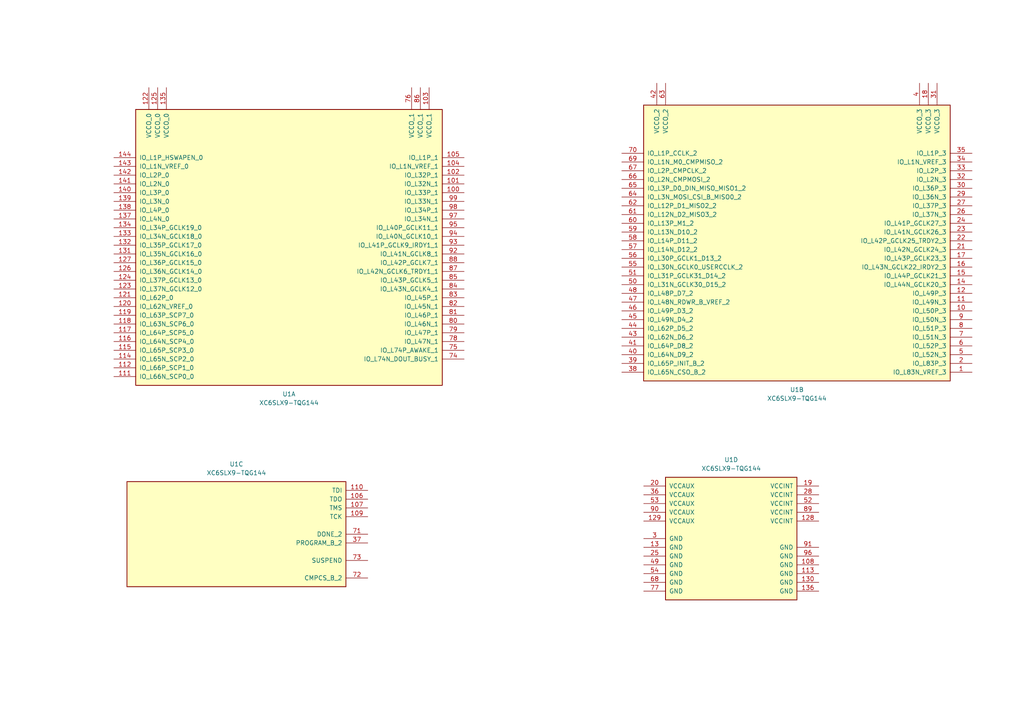
<source format=kicad_sch>
(kicad_sch (version 20231120) (generator "eeschema") (generator_version "8.0")
  (paper "A4")
  (lib_symbols
    (symbol "FPGA_Xilinx_Spartan6:XC6SLX9-TQG144" (pin_names (offset 1.016))
      (property "Reference" "U" (at 0 1.27 0))
      (property "Value" "XC6SLX9-TQG144" (at 0 -1.27 0))
      (symbol "XC6SLX9-TQG144_1_1"
        (rectangle (start -44.45 36.83) (end 44.45 -43.18) (stroke (width 0.254)) (fill (type background)))
        (pin bidirectional line (at 50.8 12.7 180) (length 6.35) (name "IO_L33P_1") (number "100"))
        (pin bidirectional line (at 50.8 15.24 180) (length 6.35) (name "IO_L32N_1") (number "101"))
        (pin bidirectional line (at 50.8 17.78 180) (length 6.35) (name "IO_L32P_1") (number "102"))
        (pin power_in line (at 40.64 43.18 270) (length 6.35) (name "VCCO_1") (number "103"))
        (pin bidirectional line (at 50.8 20.32 180) (length 6.35) (name "IO_L1N_VREF_1") (number "104"))
        (pin bidirectional line (at 50.8 22.86 180) (length 6.35) (name "IO_L1P_1") (number "105"))
        (pin bidirectional line (at -50.8 -40.64 0) (length 6.35) (name "IO_L66N_SCP0_0") (number "111"))
        (pin bidirectional line (at -50.8 -38.1 0) (length 6.35) (name "IO_L66P_SCP1_0") (number "112"))
        (pin bidirectional line (at -50.8 -35.56 0) (length 6.35) (name "IO_L65N_SCP2_0") (number "114"))
        (pin bidirectional line (at -50.8 -33.02 0) (length 6.35) (name "IO_L65P_SCP3_0") (number "115"))
        (pin bidirectional line (at -50.8 -30.48 0) (length 6.35) (name "IO_L64N_SCP4_0") (number "116"))
        (pin bidirectional line (at -50.8 -27.94 0) (length 6.35) (name "IO_L64P_SCP5_0") (number "117"))
        (pin bidirectional line (at -50.8 -25.4 0) (length 6.35) (name "IO_L63N_SCP6_0") (number "118"))
        (pin bidirectional line (at -50.8 -22.86 0) (length 6.35) (name "IO_L63P_SCP7_0") (number "119"))
        (pin bidirectional line (at -50.8 -20.32 0) (length 6.35) (name "IO_L62N_VREF_0") (number "120"))
        (pin bidirectional line (at -50.8 -17.78 0) (length 6.35) (name "IO_L62P_0") (number "121"))
        (pin power_in line (at -40.64 43.18 270) (length 6.35) (name "VCCO_0") (number "122"))
        (pin bidirectional line (at -50.8 -15.24 0) (length 6.35) (name "IO_L37N_GCLK12_0") (number "123"))
        (pin bidirectional line (at -50.8 -12.7 0) (length 6.35) (name "IO_L37P_GCLK13_0") (number "124"))
        (pin power_in line (at -38.1 43.18 270) (length 6.35) (name "VCCO_0") (number "125"))
        (pin bidirectional line (at -50.8 -10.16 0) (length 6.35) (name "IO_L36N_GCLK14_0") (number "126"))
        (pin bidirectional line (at -50.8 -7.62 0) (length 6.35) (name "IO_L36P_GCLK15_0") (number "127"))
        (pin bidirectional line (at -50.8 -5.08 0) (length 6.35) (name "IO_L35N_GCLK16_0") (number "131"))
        (pin bidirectional line (at -50.8 -2.54 0) (length 6.35) (name "IO_L35P_GCLK17_0") (number "132"))
        (pin bidirectional line (at -50.8 0 0) (length 6.35) (name "IO_L34N_GCLK18_0") (number "133"))
        (pin bidirectional line (at -50.8 2.54 0) (length 6.35) (name "IO_L34P_GCLK19_0") (number "134"))
        (pin power_in line (at -35.56 43.18 270) (length 6.35) (name "VCCO_0") (number "135"))
        (pin bidirectional line (at -50.8 5.08 0) (length 6.35) (name "IO_L4N_0") (number "137"))
        (pin bidirectional line (at -50.8 7.62 0) (length 6.35) (name "IO_L4P_0") (number "138"))
        (pin bidirectional line (at -50.8 10.16 0) (length 6.35) (name "IO_L3N_0") (number "139"))
        (pin bidirectional line (at -50.8 12.7 0) (length 6.35) (name "IO_L3P_0") (number "140"))
        (pin bidirectional line (at -50.8 15.24 0) (length 6.35) (name "IO_L2N_0") (number "141"))
        (pin bidirectional line (at -50.8 17.78 0) (length 6.35) (name "IO_L2P_0") (number "142"))
        (pin bidirectional line (at -50.8 20.32 0) (length 6.35) (name "IO_L1N_VREF_0") (number "143"))
        (pin bidirectional line (at -50.8 22.86 0) (length 6.35) (name "IO_L1P_HSWAPEN_0") (number "144"))
        (pin bidirectional line (at 50.8 -35.56 180) (length 6.35) (name "IO_L74N_DOUT_BUSY_1") (number "74"))
        (pin bidirectional line (at 50.8 -33.02 180) (length 6.35) (name "IO_L74P_AWAKE_1") (number "75"))
        (pin power_in line (at 35.56 43.18 270) (length 6.35) (name "VCCO_1") (number "76"))
        (pin bidirectional line (at 50.8 -30.48 180) (length 6.35) (name "IO_L47N_1") (number "78"))
        (pin bidirectional line (at 50.8 -27.94 180) (length 6.35) (name "IO_L47P_1") (number "79"))
        (pin bidirectional line (at 50.8 -25.4 180) (length 6.35) (name "IO_L46N_1") (number "80"))
        (pin bidirectional line (at 50.8 -22.86 180) (length 6.35) (name "IO_L46P_1") (number "81"))
        (pin bidirectional line (at 50.8 -20.32 180) (length 6.35) (name "IO_L45N_1") (number "82"))
        (pin bidirectional line (at 50.8 -17.78 180) (length 6.35) (name "IO_L45P_1") (number "83"))
        (pin bidirectional line (at 50.8 -15.24 180) (length 6.35) (name "IO_L43N_GCLK4_1") (number "84"))
        (pin bidirectional line (at 50.8 -12.7 180) (length 6.35) (name "IO_L43P_GCLK5_1") (number "85"))
        (pin power_in line (at 38.1 43.18 270) (length 6.35) (name "VCCO_1") (number "86"))
        (pin bidirectional line (at 50.8 -10.16 180) (length 6.35) (name "IO_L42N_GCLK6_TRDY1_1") (number "87"))
        (pin bidirectional line (at 50.8 -7.62 180) (length 6.35) (name "IO_L42P_GCLK7_1") (number "88"))
        (pin bidirectional line (at 50.8 -5.08 180) (length 6.35) (name "IO_L41N_GCLK8_1") (number "92"))
        (pin bidirectional line (at 50.8 -2.54 180) (length 6.35) (name "IO_L41P_GCLK9_IRDY1_1") (number "93"))
        (pin bidirectional line (at 50.8 0 180) (length 6.35) (name "IO_L40N_GCLK10_1") (number "94"))
        (pin bidirectional line (at 50.8 2.54 180) (length 6.35) (name "IO_L40P_GCLK11_1") (number "95"))
        (pin bidirectional line (at 50.8 5.08 180) (length 6.35) (name "IO_L34N_1") (number "97"))
        (pin bidirectional line (at 50.8 7.62 180) (length 6.35) (name "IO_L34P_1") (number "98"))
        (pin bidirectional line (at 50.8 10.16 180) (length 6.35) (name "IO_L33N_1") (number "99"))
      )
      (symbol "XC6SLX9-TQG144_2_1"
        (rectangle (start -44.45 36.83) (end 44.45 -43.18) (stroke (width 0.254)) (fill (type background)))
        (pin bidirectional line (at 50.8 -40.64 180) (length 6.35) (name "IO_L83N_VREF_3") (number "1"))
        (pin bidirectional line (at 50.8 -22.86 180) (length 6.35) (name "IO_L50P_3") (number "10"))
        (pin bidirectional line (at 50.8 -20.32 180) (length 6.35) (name "IO_L49N_3") (number "11"))
        (pin bidirectional line (at 50.8 -17.78 180) (length 6.35) (name "IO_L49P_3") (number "12"))
        (pin bidirectional line (at 50.8 -15.24 180) (length 6.35) (name "IO_L44N_GCLK20_3") (number "14"))
        (pin bidirectional line (at 50.8 -12.7 180) (length 6.35) (name "IO_L44P_GCLK21_3") (number "15"))
        (pin bidirectional line (at 50.8 -10.16 180) (length 6.35) (name "IO_L43N_GCLK22_IRDY2_3") (number "16"))
        (pin bidirectional line (at 50.8 -7.62 180) (length 6.35) (name "IO_L43P_GCLK23_3") (number "17"))
        (pin power_in line (at 38.1 43.18 270) (length 6.35) (name "VCCO_3") (number "18"))
        (pin bidirectional line (at 50.8 -38.1 180) (length 6.35) (name "IO_L83P_3") (number "2"))
        (pin bidirectional line (at 50.8 -5.08 180) (length 6.35) (name "IO_L42N_GCLK24_3") (number "21"))
        (pin bidirectional line (at 50.8 -2.54 180) (length 6.35) (name "IO_L42P_GCLK25_TRDY2_3") (number "22"))
        (pin bidirectional line (at 50.8 0 180) (length 6.35) (name "IO_L41N_GCLK26_3") (number "23"))
        (pin bidirectional line (at 50.8 2.54 180) (length 6.35) (name "IO_L41P_GCLK27_3") (number "24"))
        (pin bidirectional line (at 50.8 5.08 180) (length 6.35) (name "IO_L37N_3") (number "26"))
        (pin bidirectional line (at 50.8 7.62 180) (length 6.35) (name "IO_L37P_3") (number "27"))
        (pin bidirectional line (at 50.8 10.16 180) (length 6.35) (name "IO_L36N_3") (number "29"))
        (pin bidirectional line (at 50.8 12.7 180) (length 6.35) (name "IO_L36P_3") (number "30"))
        (pin power_in line (at 40.64 43.18 270) (length 6.35) (name "VCCO_3") (number "31"))
        (pin bidirectional line (at 50.8 15.24 180) (length 6.35) (name "IO_L2N_3") (number "32"))
        (pin bidirectional line (at 50.8 17.78 180) (length 6.35) (name "IO_L2P_3") (number "33"))
        (pin bidirectional line (at 50.8 20.32 180) (length 6.35) (name "IO_L1N_VREF_3") (number "34"))
        (pin bidirectional line (at 50.8 22.86 180) (length 6.35) (name "IO_L1P_3") (number "35"))
        (pin bidirectional line (at -50.8 -40.64 0) (length 6.35) (name "IO_L65N_CSO_B_2") (number "38"))
        (pin bidirectional line (at -50.8 -38.1 0) (length 6.35) (name "IO_L65P_INIT_B_2") (number "39"))
        (pin power_in line (at 35.56 43.18 270) (length 6.35) (name "VCCO_3") (number "4"))
        (pin bidirectional line (at -50.8 -35.56 0) (length 6.35) (name "IO_L64N_D9_2") (number "40"))
        (pin bidirectional line (at -50.8 -33.02 0) (length 6.35) (name "IO_L64P_D8_2") (number "41"))
        (pin power_in line (at -40.64 43.18 270) (length 6.35) (name "VCCO_2") (number "42"))
        (pin bidirectional line (at -50.8 -30.48 0) (length 6.35) (name "IO_L62N_D6_2") (number "43"))
        (pin bidirectional line (at -50.8 -27.94 0) (length 6.35) (name "IO_L62P_D5_2") (number "44"))
        (pin bidirectional line (at -50.8 -25.4 0) (length 6.35) (name "IO_L49N_D4_2") (number "45"))
        (pin bidirectional line (at -50.8 -22.86 0) (length 6.35) (name "IO_L49P_D3_2") (number "46"))
        (pin bidirectional line (at -50.8 -20.32 0) (length 6.35) (name "IO_L48N_RDWR_B_VREF_2") (number "47"))
        (pin bidirectional line (at -50.8 -17.78 0) (length 6.35) (name "IO_L48P_D7_2") (number "48"))
        (pin bidirectional line (at 50.8 -35.56 180) (length 6.35) (name "IO_L52N_3") (number "5"))
        (pin bidirectional line (at -50.8 -15.24 0) (length 6.35) (name "IO_L31N_GCLK30_D15_2") (number "50"))
        (pin bidirectional line (at -50.8 -12.7 0) (length 6.35) (name "IO_L31P_GCLK31_D14_2") (number "51"))
        (pin bidirectional line (at -50.8 -10.16 0) (length 6.35) (name "IO_L30N_GCLK0_USERCCLK_2") (number "55"))
        (pin bidirectional line (at -50.8 -7.62 0) (length 6.35) (name "IO_L30P_GCLK1_D13_2") (number "56"))
        (pin bidirectional line (at -50.8 -5.08 0) (length 6.35) (name "IO_L14N_D12_2") (number "57"))
        (pin bidirectional line (at -50.8 -2.54 0) (length 6.35) (name "IO_L14P_D11_2") (number "58"))
        (pin bidirectional line (at -50.8 0 0) (length 6.35) (name "IO_L13N_D10_2") (number "59"))
        (pin bidirectional line (at 50.8 -33.02 180) (length 6.35) (name "IO_L52P_3") (number "6"))
        (pin bidirectional line (at -50.8 2.54 0) (length 6.35) (name "IO_L13P_M1_2") (number "60"))
        (pin bidirectional line (at -50.8 5.08 0) (length 6.35) (name "IO_L12N_D2_MISO3_2") (number "61"))
        (pin bidirectional line (at -50.8 7.62 0) (length 6.35) (name "IO_L12P_D1_MISO2_2") (number "62"))
        (pin power_in line (at -38.1 43.18 270) (length 6.35) (name "VCCO_2") (number "63"))
        (pin bidirectional line (at -50.8 10.16 0) (length 6.35) (name "IO_L3N_MOSI_CSI_B_MISO0_2") (number "64"))
        (pin bidirectional line (at -50.8 12.7 0) (length 6.35) (name "IO_L3P_D0_DIN_MISO_MISO1_2") (number "65"))
        (pin bidirectional line (at -50.8 15.24 0) (length 6.35) (name "IO_L2N_CMPMOSI_2") (number "66"))
        (pin bidirectional line (at -50.8 17.78 0) (length 6.35) (name "IO_L2P_CMPCLK_2") (number "67"))
        (pin bidirectional line (at -50.8 20.32 0) (length 6.35) (name "IO_L1N_M0_CMPMISO_2") (number "69"))
        (pin bidirectional line (at 50.8 -30.48 180) (length 6.35) (name "IO_L51N_3") (number "7"))
        (pin bidirectional line (at -50.8 22.86 0) (length 6.35) (name "IO_L1P_CCLK_2") (number "70"))
        (pin bidirectional line (at 50.8 -27.94 180) (length 6.35) (name "IO_L51P_3") (number "8"))
        (pin bidirectional line (at 50.8 -25.4 180) (length 6.35) (name "IO_L50N_3") (number "9"))
      )
      (symbol "XC6SLX9-TQG144_3_1"
        (rectangle (start -31.75 15.24) (end 31.75 -15.24) (stroke (width 0.254)) (fill (type background)))
        (pin bidirectional line (at 38.1 10.16 180) (length 6.35) (name "TDO") (number "106"))
        (pin bidirectional line (at 38.1 7.62 180) (length 6.35) (name "TMS") (number "107"))
        (pin bidirectional line (at 38.1 5.08 180) (length 6.35) (name "TCK") (number "109"))
        (pin bidirectional line (at 38.1 12.7 180) (length 6.35) (name "TDI") (number "110"))
        (pin bidirectional line (at 38.1 -2.54 180) (length 6.35) (name "PROGRAM_B_2") (number "37"))
        (pin bidirectional line (at 38.1 0 180) (length 6.35) (name "DONE_2") (number "71"))
        (pin bidirectional line (at 38.1 -12.7 180) (length 6.35) (name "CMPCS_B_2") (number "72"))
        (pin bidirectional line (at 38.1 -7.62 180) (length 6.35) (name "SUSPEND") (number "73"))
      )
      (symbol "XC6SLX9-TQG144_4_1"
        (rectangle (start -19.05 17.78) (end 19.05 -17.78) (stroke (width 0.254)) (fill (type background)))
        (pin power_in line (at 25.4 -7.62 180) (length 6.35) (name "GND") (number "108"))
        (pin power_in line (at 25.4 -10.16 180) (length 6.35) (name "GND") (number "113"))
        (pin power_in line (at 25.4 5.08 180) (length 6.35) (name "VCCINT") (number "128"))
        (pin power_in line (at -25.4 5.08 0) (length 6.35) (name "VCCAUX") (number "129"))
        (pin power_in line (at -25.4 -2.54 0) (length 6.35) (name "GND") (number "13"))
        (pin power_in line (at 25.4 -12.7 180) (length 6.35) (name "GND") (number "130"))
        (pin power_in line (at 25.4 -15.24 180) (length 6.35) (name "GND") (number "136"))
        (pin power_in line (at 25.4 15.24 180) (length 6.35) (name "VCCINT") (number "19"))
        (pin power_in line (at -25.4 15.24 0) (length 6.35) (name "VCCAUX") (number "20"))
        (pin power_in line (at -25.4 -5.08 0) (length 6.35) (name "GND") (number "25"))
        (pin power_in line (at 25.4 12.7 180) (length 6.35) (name "VCCINT") (number "28"))
        (pin power_in line (at -25.4 0 0) (length 6.35) (name "GND") (number "3"))
        (pin power_in line (at -25.4 12.7 0) (length 6.35) (name "VCCAUX") (number "36"))
        (pin power_in line (at -25.4 -7.62 0) (length 6.35) (name "GND") (number "49"))
        (pin power_in line (at 25.4 10.16 180) (length 6.35) (name "VCCINT") (number "52"))
        (pin power_in line (at -25.4 10.16 0) (length 6.35) (name "VCCAUX") (number "53"))
        (pin power_in line (at -25.4 -10.16 0) (length 6.35) (name "GND") (number "54"))
        (pin power_in line (at -25.4 -12.7 0) (length 6.35) (name "GND") (number "68"))
        (pin power_in line (at -25.4 -15.24 0) (length 6.35) (name "GND") (number "77"))
        (pin power_in line (at 25.4 7.62 180) (length 6.35) (name "VCCINT") (number "89"))
        (pin power_in line (at -25.4 7.62 0) (length 6.35) (name "VCCAUX") (number "90"))
        (pin power_in line (at 25.4 -2.54 180) (length 6.35) (name "GND") (number "91"))
        (pin power_in line (at 25.4 -5.08 180) (length 6.35) (name "GND") (number "96"))
      )
    )
  )
  (symbol (lib_id "FPGA_Xilinx_Spartan6:XC6SLX9-TQG144") (at 68.58 154.94 0) (unit 3)
    (property "Reference" "U1" (at 68.58 134.62 0))
    (property "Value" "XC6SLX9-TQG144" (at 68.58 137.16 0))
    (property "Description" "Spartan 6 LX 9 XC6SLX9-TQG144" (effects (hide yes)))
  )
  (symbol (lib_id "FPGA_Xilinx_Spartan6:XC6SLX9-TQG144") (at 212.09 156.21 0) (unit 4)
    (property "Reference" "U1" (at 212.09 133.35 0))
    (property "Value" "XC6SLX9-TQG144" (at 212.09 135.89 0))
    (property "Description" "Spartan 6 LX 9 XC6SLX9-TQG144" (effects (hide yes)))
  )
  (symbol (lib_id "FPGA_Xilinx_Spartan6:XC6SLX9-TQG144") (at 83.82 68.58 0) (unit 1)
    (property "Reference" "U1" (at 83.82 114.3 0))
    (property "Value" "XC6SLX9-TQG144" (at 83.82 116.84 0))
    (property "Description" "Spartan 6 LX 9 XC6SLX9-TQG144" (effects (hide yes)))
  )
  (symbol (lib_id "FPGA_Xilinx_Spartan6:XC6SLX9-TQG144") (at 231.14 67.31 0) (unit 2)
    (property "Reference" "U1" (at 231.14 113.03 0))
    (property "Value" "XC6SLX9-TQG144" (at 231.14 115.57 0))
    (property "Description" "Spartan 6 LX 9 XC6SLX9-TQG144" (effects (hide yes)))
  )
)
</source>
